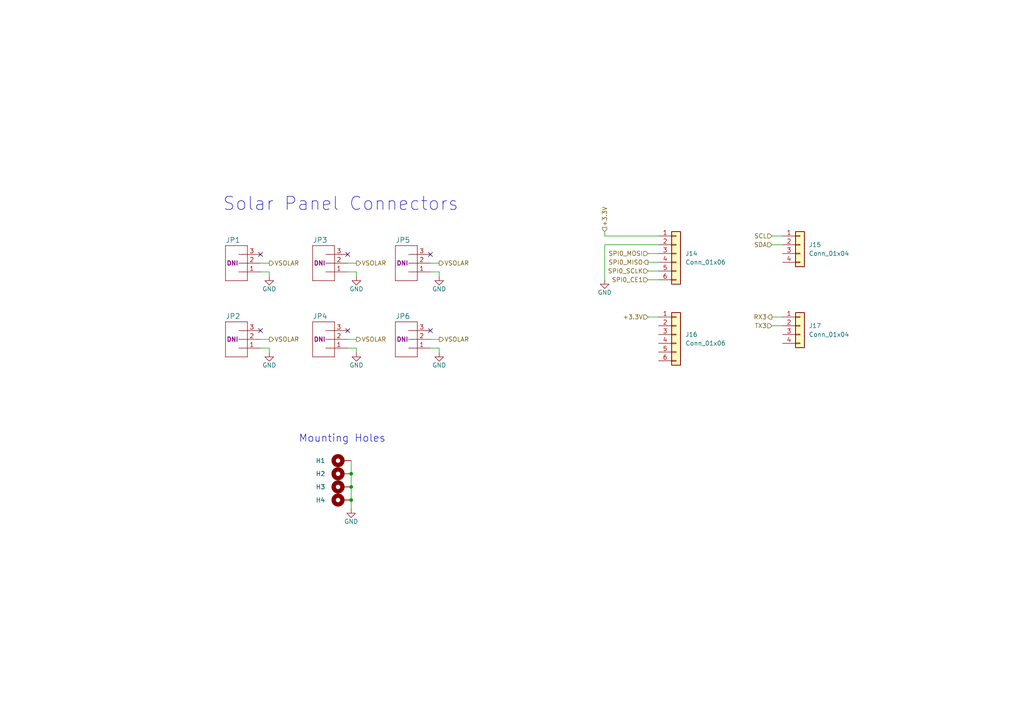
<source format=kicad_sch>
(kicad_sch (version 20231120) (generator "eeschema") (generator_version "8.0")
  (paper "A4")
  (title_block (title "PiCubed Mainboard") (date "2024-02-27") (rev "01") (company "RExLab Carnegie Mellon University") (comment 1 "Neil Khera"))
  (lib_symbols
    (symbol "Connector_Generic:Conn_01x04" (pin_names (offset 1.016) hide)
      (property "Reference" "J" (at 0 5.08 0))
      (property "Value" "Conn_01x04" (at 0 -7.62 0))
      (symbol "Conn_01x04_1_1"
        (rectangle (start -1.27 -4.953) (end 0 -5.207) (stroke (width 0.1524)))
        (rectangle (start -1.27 -2.413) (end 0 -2.667) (stroke (width 0.1524)))
        (rectangle (start -1.27 0.127) (end 0 -0.127) (stroke (width 0.1524)))
        (rectangle (start -1.27 2.667) (end 0 2.413) (stroke (width 0.1524)))
        (rectangle (start -1.27 3.81) (end 1.27 -6.35) (stroke (width 0.254)) (fill (type background)))
        (pin passive line (at -5.08 2.54 0) (length 3.81) (name "Pin_1") (number "1"))
        (pin passive line (at -5.08 0 0) (length 3.81) (name "Pin_2") (number "2"))
        (pin passive line (at -5.08 -2.54 0) (length 3.81) (name "Pin_3") (number "3"))
        (pin passive line (at -5.08 -5.08 0) (length 3.81) (name "Pin_4") (number "4"))
      )
    )
    (symbol "Connector_Generic:Conn_01x06" (pin_names (offset 1.016) hide)
      (property "Reference" "J" (at 0 7.62 0))
      (property "Value" "Conn_01x06" (at 0 -10.16 0))
      (symbol "Conn_01x06_1_1"
        (rectangle (start -1.27 -7.493) (end 0 -7.747) (stroke (width 0.1524)))
        (rectangle (start -1.27 -4.953) (end 0 -5.207) (stroke (width 0.1524)))
        (rectangle (start -1.27 -2.413) (end 0 -2.667) (stroke (width 0.1524)))
        (rectangle (start -1.27 0.127) (end 0 -0.127) (stroke (width 0.1524)))
        (rectangle (start -1.27 2.667) (end 0 2.413) (stroke (width 0.1524)))
        (rectangle (start -1.27 5.207) (end 0 4.953) (stroke (width 0.1524)))
        (rectangle (start -1.27 6.35) (end 1.27 -8.89) (stroke (width 0.254)) (fill (type background)))
        (pin passive line (at -5.08 5.08 0) (length 3.81) (name "Pin_1") (number "1"))
        (pin passive line (at -5.08 2.54 0) (length 3.81) (name "Pin_2") (number "2"))
        (pin passive line (at -5.08 0 0) (length 3.81) (name "Pin_3") (number "3"))
        (pin passive line (at -5.08 -2.54 0) (length 3.81) (name "Pin_4") (number "4"))
        (pin passive line (at -5.08 -5.08 0) (length 3.81) (name "Pin_5") (number "5"))
        (pin passive line (at -5.08 -7.62 0) (length 3.81) (name "Pin_6") (number "6"))
      )
    )
    (symbol "Mechanical:MountingHole_Pad" (pin_numbers hide) (pin_names (offset 1.016) hide)
      (property "Reference" "H" (at 0 6.35 0))
      (property "Value" "MountingHole_Pad" (at 0 4.445 0))
      (symbol "MountingHole_Pad_0_1"
        (circle (center 0 1.27) (radius 1.27) (stroke (width 1.27)))
      )
      (symbol "MountingHole_Pad_1_1"
        (pin input line (at 0 -2.54 90) (length 2.54) (name "1") (number "1"))
      )
    )
    (symbol "mainboard:M03POLAR_LOCK" (pin_names (offset 1.016))
      (property "Reference" "JP" (at -2.54 5.842 0))
      (property "Value" "M03POLAR_LOCK" (at -2.54 -7.62 0))
      (symbol "M03POLAR_LOCK_1_0"
        (polyline (pts (xy -2.54 5.08) (xy -2.54 -5.08)))
        (polyline (pts (xy -2.54 5.08) (xy 3.81 5.08)))
        (polyline (pts (xy 1.27 -2.54) (xy 2.54 -2.54)))
        (polyline (pts (xy 1.27 0) (xy 2.54 0)))
        (polyline (pts (xy 1.27 2.54) (xy 2.54 2.54)))
        (polyline (pts (xy 3.81 -5.08) (xy -2.54 -5.08)))
        (polyline (pts (xy 3.81 -5.08) (xy 3.81 5.08)))
        (pin passive line (at 7.62 -2.54 180) (length 5.08) (name "1") (number "1"))
        (pin passive line (at 7.62 0 180) (length 5.08) (name "2") (number "2"))
        (pin passive line (at 7.62 2.54 180) (length 5.08) (name "3") (number "3"))
      )
    )
    (symbol "power:GND" (power) (pin_names (offset 0))
      (property "Value" "GND" (at 0 -3.81 0))
      (symbol "GND_0_1"
        (polyline (pts (xy 0 0) (xy 0 -1.27) (xy 1.27 -1.27) (xy 0 -2.54) (xy -1.27 -1.27) (xy 0 -1.27)))
      )
      (symbol "GND_1_1"
        (pin power_in line (at 0 0 270) (length 0) hide (name "GND") (number "1"))
      )
    )
  )
  (junction (at 101.854 141.224))
  (junction (at 101.854 145.034))
  (junction (at 101.854 137.414))
  (no_connect (at 100.838 73.787))
  (no_connect (at 75.565 73.787))
  (no_connect (at 124.841 73.787))
  (no_connect (at 100.838 95.885))
  (no_connect (at 124.841 95.885))
  (no_connect (at 75.565 95.885))
  (wire (pts (xy 187.96 78.613) (xy 191.008 78.613)))
  (wire (pts (xy 100.838 76.327) (xy 103.378 76.327)))
  (wire (pts (xy 78.105 78.867) (xy 75.565 78.867)))
  (wire (pts (xy 127.381 102.235) (xy 127.381 100.965)))
  (wire (pts (xy 127.381 100.965) (xy 124.841 100.965)))
  (wire (pts (xy 103.378 80.137) (xy 103.378 78.867)))
  (wire (pts (xy 223.901 70.993) (xy 226.949 70.993)))
  (wire (pts (xy 100.838 98.425) (xy 103.378 98.425)))
  (wire (pts (xy 191.008 91.948) (xy 187.96 91.948)))
  (wire (pts (xy 223.901 91.948) (xy 226.949 91.948)))
  (wire (pts (xy 78.105 80.137) (xy 78.105 78.867)))
  (wire (pts (xy 223.901 94.488) (xy 226.949 94.488)))
  (wire (pts (xy 124.841 98.425) (xy 127.381 98.425)))
  (wire (pts (xy 127.381 80.137) (xy 127.381 78.867)))
  (wire (pts (xy 187.96 81.153) (xy 191.008 81.153)))
  (wire (pts (xy 175.387 70.993) (xy 175.387 81.153)))
  (wire (pts (xy 103.378 102.235) (xy 103.378 100.965)))
  (wire (pts (xy 75.565 98.425) (xy 78.105 98.425)))
  (wire (pts (xy 103.378 100.965) (xy 100.838 100.965)))
  (wire (pts (xy 78.105 102.235) (xy 78.105 100.965)))
  (wire (pts (xy 187.96 76.073) (xy 191.008 76.073)))
  (wire (pts (xy 124.841 76.327) (xy 127.381 76.327)))
  (wire (pts (xy 191.008 68.453) (xy 175.387 68.453)))
  (wire (pts (xy 75.565 76.327) (xy 78.105 76.327)))
  (wire (pts (xy 101.854 137.414) (xy 101.854 141.224)))
  (wire (pts (xy 191.008 70.993) (xy 175.387 70.993)))
  (wire (pts (xy 187.96 73.533) (xy 191.008 73.533)))
  (wire (pts (xy 101.854 133.604) (xy 101.854 137.414)))
  (wire (pts (xy 175.387 67.183) (xy 175.387 68.453)))
  (wire (pts (xy 103.378 78.867) (xy 100.838 78.867)))
  (wire (pts (xy 101.854 145.034) (xy 101.854 147.574)))
  (wire (pts (xy 78.105 100.965) (xy 75.565 100.965)))
  (wire (pts (xy 223.901 68.453) (xy 226.949 68.453)))
  (wire (pts (xy 101.854 141.224) (xy 101.854 145.034)))
  (wire (pts (xy 127.381 78.867) (xy 124.841 78.867)))
  (text "Solar Panel Connectors" (at 64.516 61.468 0) (effects (font (size 3.81 3.81)) (justify left bottom)))
  (text "Mounting Holes" (at 86.614 128.524 0) (effects (font (size 2.159 2.159)) (justify left bottom)))
  (hierarchical_label "SPI0_CE1" (shape input) (at 187.96 81.153 180))
  (hierarchical_label "VSOLAR" (shape output) (at 78.105 76.327 0))
  (hierarchical_label "SDA" (shape input) (at 223.901 70.993 180))
  (hierarchical_label "SPI0_MISO" (shape output) (at 187.96 76.073 180))
  (hierarchical_label "VSOLAR" (shape output) (at 127.381 76.327 0))
  (hierarchical_label "SPI0_SCLK" (shape input) (at 187.96 78.613 180))
  (hierarchical_label "TX3" (shape input) (at 223.901 94.488 180))
  (hierarchical_label "SPI0_MOSI" (shape input) (at 187.96 73.533 180))
  (hierarchical_label "VSOLAR" (shape output) (at 78.105 98.425 0))
  (hierarchical_label "+3.3V" (shape input) (at 175.387 67.183 90))
  (hierarchical_label "+3.3V" (shape input) (at 187.96 91.948 180))
  (hierarchical_label "VSOLAR" (shape output) (at 127.381 98.425 0))
  (hierarchical_label "RX3" (shape output) (at 223.901 91.948 180))
  (hierarchical_label "SCL" (shape input) (at 223.901 68.453 180))
  (hierarchical_label "VSOLAR" (shape output) (at 103.378 98.425 0))
  (hierarchical_label "VSOLAR" (shape output) (at 103.378 76.327 0))
  (symbol (lib_id "Connector_Generic:Conn_01x06") (at 196.088 73.533 0) (unit 1)
    (property "Reference" "J14" (at 198.755 73.533 0) (effects (justify left)))
    (property "Value" "Conn_01x06" (at 198.755 76.073 0) (effects (justify left)))
  )
  (symbol (lib_id "power:GND") (at 103.378 80.137 0) (unit 1)
    (property "Reference" "#PWR0124" (effects (hide yes)))
    (property "Value" "GND" (at 103.378 83.82 0))
  )
  (symbol (lib_id "power:GND") (at 127.381 80.137 0) (unit 1)
    (property "Reference" "#PWR0126" (effects (hide yes)))
    (property "Value" "GND" (at 127.381 83.82 0))
  )
  (symbol (lib_id "mainboard:M03POLAR_LOCK") (at 67.945 98.425 0) (unit 1)
    (property "Reference" "JP2" (at 65.405 92.583 0) (effects (font (size 1.4986 1.4986)) (justify left bottom)))
    (property "Value" "Conn_01x03" (effects (hide yes)))
    (property "Footprint" "mainboard:MOLEX-1X3_LOCK" (effects (hide yes)))
    (property "Datasheet" "https://www.mouser.com/datasheet/2/276/022232037_sd-589157.pdf" (effects (hide yes)))
    (property "Description" "3-pin Vertical Header - 0.1in (2.54mm) Locking - Molex PN: 22-23-2037" (effects (hide yes)))
    (property "DNI" "DNI" (at 67.437 98.425 0) (effects (font (bold yes))))
    (property "Flight" "22-23-2037" (effects (hide yes)))
    (property "Manufacturer_Name" "Molex" (effects (hide yes)))
    (property "Manufacturer_Part_Number" "22-23-2037" (effects (hide yes)))
    (property "Proto" "22-23-2037" (effects (hide yes)))
  )
  (symbol (lib_id "power:GND") (at 175.387 81.153 0) (unit 1)
    (property "Reference" "#PWR0133" (effects (hide yes)))
    (property "Value" "GND" (at 175.387 84.836 0))
  )
  (symbol (lib_id "Mechanical:MountingHole_Pad") (at 99.314 137.414 90) (unit 1)
    (property "Reference" "H2" (at 92.964 137.414 90))
    (property "Value" "MountingHole_Pad" (effects (hide yes)))
    (property "Footprint" "MountingHole:MountingHole_3.2mm_M3_DIN965_Pad" (effects (hide yes)))
    (property "DNI" "DNI" (effects (hide yes)))
  )
  (symbol (lib_id "power:GND") (at 78.105 80.137 0) (unit 1)
    (property "Reference" "#PWR0122" (effects (hide yes)))
    (property "Value" "GND" (at 78.105 83.82 0))
  )
  (symbol (lib_id "mainboard:M03POLAR_LOCK") (at 93.218 98.425 0) (unit 1)
    (property "Reference" "JP4" (at 90.678 92.583 0) (effects (font (size 1.4986 1.4986)) (justify left bottom)))
    (property "Value" "Conn_01x03" (effects (hide yes)))
    (property "Footprint" "mainboard:MOLEX-1X3_LOCK" (effects (hide yes)))
    (property "Datasheet" "https://www.mouser.com/datasheet/2/276/022232037_sd-589157.pdf" (effects (hide yes)))
    (property "Description" "3-pin Vertical Header - 0.1in (2.54mm) Locking - Molex PN: 22-23-2037" (effects (hide yes)))
    (property "DNI" "DNI" (at 92.71 98.425 0) (effects (font (bold yes))))
    (property "Flight" "22-23-2037" (effects (hide yes)))
    (property "Manufacturer_Name" "Molex" (effects (hide yes)))
    (property "Manufacturer_Part_Number" "22-23-2037" (effects (hide yes)))
    (property "Proto" "22-23-2037" (effects (hide yes)))
  )
  (symbol (lib_id "Connector_Generic:Conn_01x04") (at 232.029 70.993 0) (unit 1)
    (property "Reference" "J15" (at 234.569 70.993 0) (effects (justify left)))
    (property "Value" "Conn_01x04" (at 234.569 73.533 0) (effects (justify left)))
  )
  (symbol (lib_id "power:GND") (at 127.381 102.235 0) (unit 1)
    (property "Reference" "#PWR0127" (effects (hide yes)))
    (property "Value" "GND" (at 127.381 105.918 0))
  )
  (symbol (lib_id "power:GND") (at 103.378 102.235 0) (unit 1)
    (property "Reference" "#PWR0125" (effects (hide yes)))
    (property "Value" "GND" (at 103.378 105.918 0))
  )
  (symbol (lib_id "Connector_Generic:Conn_01x06") (at 196.088 97.028 0) (unit 1)
    (property "Reference" "J16" (at 198.755 97.028 0) (effects (justify left)))
    (property "Value" "Conn_01x06" (at 198.755 99.568 0) (effects (justify left)))
  )
  (symbol (lib_id "Mechanical:MountingHole_Pad") (at 99.314 145.034 90) (unit 1)
    (property "Reference" "H4" (at 92.964 145.034 90))
    (property "Value" "MountingHole_Pad" (effects (hide yes)))
    (property "Footprint" "MountingHole:MountingHole_3.2mm_M3_DIN965_Pad" (effects (hide yes)))
    (property "DNI" "DNI" (effects (hide yes)))
  )
  (symbol (lib_id "mainboard:M03POLAR_LOCK") (at 93.218 76.327 0) (unit 1)
    (property "Reference" "JP3" (at 90.678 70.485 0) (effects (font (size 1.4986 1.4986)) (justify left bottom)))
    (property "Value" "Conn_01x03" (effects (hide yes)))
    (property "Footprint" "mainboard:MOLEX-1X3_LOCK" (effects (hide yes)))
    (property "Datasheet" "https://www.mouser.com/datasheet/2/276/022232037_sd-589157.pdf" (effects (hide yes)))
    (property "Description" "3-pin Vertical Header - 0.1in (2.54mm) Locking - Molex PN: 22-23-2037" (effects (hide yes)))
    (property "DNI" "DNI" (at 92.71 76.327 0) (effects (font (bold yes))))
    (property "Flight" "22-23-2037" (effects (hide yes)))
    (property "Manufacturer_Name" "Molex" (effects (hide yes)))
    (property "Manufacturer_Part_Number" "22-23-2037" (effects (hide yes)))
    (property "Proto" "22-23-2037" (effects (hide yes)))
  )
  (symbol (lib_id "Mechanical:MountingHole_Pad") (at 99.314 133.604 90) (unit 1)
    (property "Reference" "H1" (at 92.964 133.604 90))
    (property "Value" "MountingHole_Pad" (effects (hide yes)))
    (property "Footprint" "MountingHole:MountingHole_3.2mm_M3_DIN965_Pad" (effects (hide yes)))
    (property "DNI" "DNI" (effects (hide yes)))
  )
  (symbol (lib_id "mainboard:M03POLAR_LOCK") (at 67.945 76.327 0) (unit 1)
    (property "Reference" "JP1" (at 65.405 70.485 0) (effects (font (size 1.4986 1.4986)) (justify left bottom)))
    (property "Value" "Conn_01x03" (effects (hide yes)))
    (property "Footprint" "mainboard:MOLEX-1X3_LOCK" (effects (hide yes)))
    (property "Datasheet" "https://www.mouser.com/datasheet/2/276/022232037_sd-589157.pdf" (effects (hide yes)))
    (property "Description" "3-pin Vertical Header - 0.1in (2.54mm) Locking - Molex PN: 22-23-2037" (effects (hide yes)))
    (property "DNI" "DNI" (at 67.437 76.327 0) (effects (font (bold yes))))
    (property "Flight" "22-23-2037" (effects (hide yes)))
    (property "Manufacturer_Name" "Molex" (effects (hide yes)))
    (property "Manufacturer_Part_Number" "22-23-2037" (effects (hide yes)))
    (property "Proto" "22-23-2037" (effects (hide yes)))
  )
  (symbol (lib_id "power:GND") (at 78.105 102.235 0) (unit 1)
    (property "Reference" "#PWR0123" (effects (hide yes)))
    (property "Value" "GND" (at 78.105 105.918 0))
  )
  (symbol (lib_id "Mechanical:MountingHole_Pad") (at 99.314 141.224 90) (unit 1)
    (property "Reference" "H3" (at 92.964 141.224 90))
    (property "Value" "MountingHole_Pad" (effects (hide yes)))
    (property "Footprint" "MountingHole:MountingHole_3.2mm_M3_DIN965_Pad" (effects (hide yes)))
    (property "DNI" "DNI" (effects (hide yes)))
  )
  (symbol (lib_id "mainboard:M03POLAR_LOCK") (at 117.221 98.425 0) (unit 1)
    (property "Reference" "JP6" (at 114.681 92.583 0) (effects (font (size 1.4986 1.4986)) (justify left bottom)))
    (property "Value" "Conn_01x03" (effects (hide yes)))
    (property "Footprint" "mainboard:MOLEX-1X3_LOCK" (effects (hide yes)))
    (property "Datasheet" "https://www.mouser.com/datasheet/2/276/022232037_sd-589157.pdf" (effects (hide yes)))
    (property "Description" "3-pin Vertical Header - 0.1in (2.54mm) Locking - Molex PN: 22-23-2037" (effects (hide yes)))
    (property "DNI" "DNI" (at 116.713 98.425 0) (effects (font (bold yes))))
    (property "Flight" "22-23-2037" (effects (hide yes)))
    (property "Manufacturer_Name" "Molex" (effects (hide yes)))
    (property "Manufacturer_Part_Number" "22-23-2037" (effects (hide yes)))
    (property "Proto" "22-23-2037" (effects (hide yes)))
  )
  (symbol (lib_id "Connector_Generic:Conn_01x04") (at 232.029 94.488 0) (unit 1)
    (property "Reference" "J17" (at 234.569 94.488 0) (effects (justify left)))
    (property "Value" "Conn_01x04" (at 234.569 97.028 0) (effects (justify left)))
  )
  (symbol (lib_id "mainboard:M03POLAR_LOCK") (at 117.221 76.327 0) (unit 1)
    (property "Reference" "JP5" (at 114.681 70.485 0) (effects (font (size 1.4986 1.4986)) (justify left bottom)))
    (property "Value" "Conn_01x03" (effects (hide yes)))
    (property "Footprint" "mainboard:MOLEX-1X3_LOCK" (effects (hide yes)))
    (property "Datasheet" "https://www.mouser.com/datasheet/2/276/022232037_sd-589157.pdf" (effects (hide yes)))
    (property "Description" "3-pin Vertical Header - 0.1in (2.54mm) Locking - Molex PN: 22-23-2037" (effects (hide yes)))
    (property "DNI" "DNI" (at 116.713 76.327 0) (effects (font (bold yes))))
    (property "Flight" "22-23-2037" (effects (hide yes)))
    (property "Manufacturer_Name" "Molex" (effects (hide yes)))
    (property "Manufacturer_Part_Number" "22-23-2037" (effects (hide yes)))
    (property "Proto" "22-23-2037" (effects (hide yes)))
  )
  (symbol (lib_id "power:GND") (at 101.854 147.574 0) (unit 1)
    (property "Reference" "#PWR0121" (effects (hide yes)))
    (property "Value" "GND" (at 101.854 151.257 0))
  )
)
</source>
